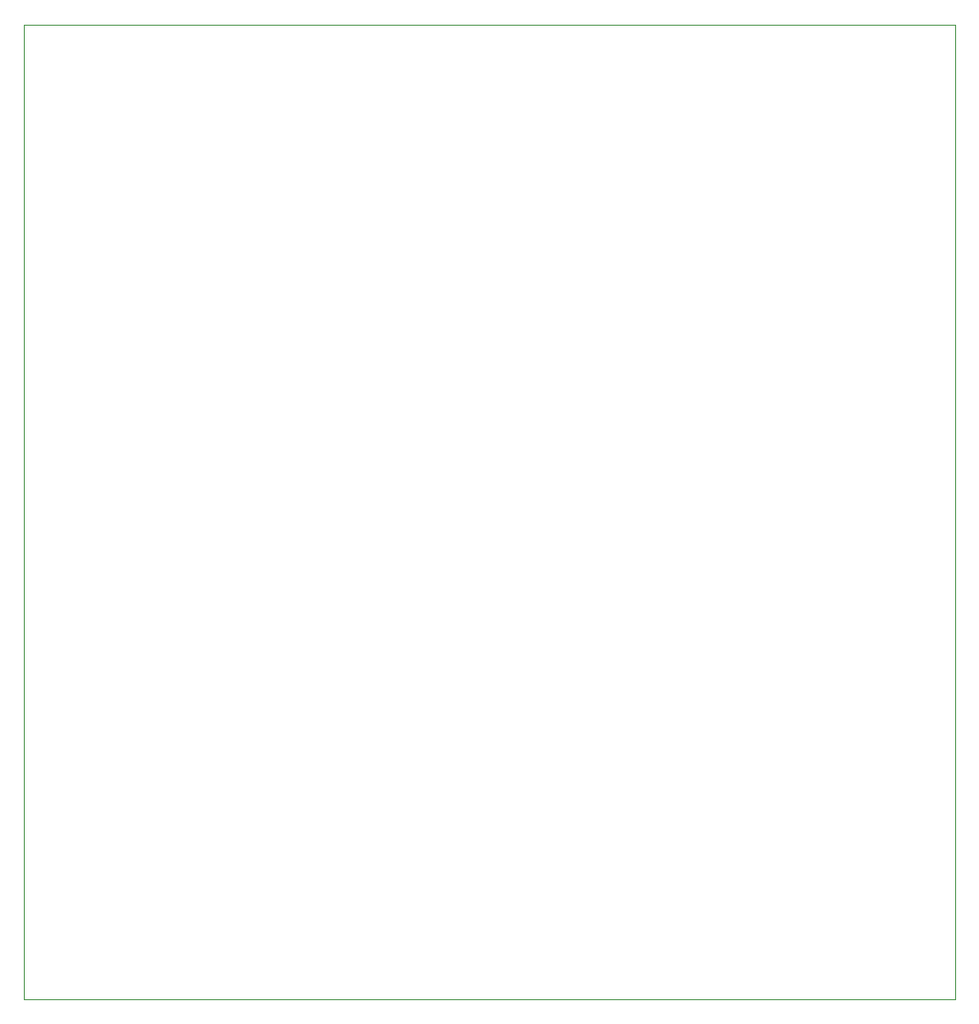
<source format=gm1>
%TF.GenerationSoftware,KiCad,Pcbnew,7.0.1*%
%TF.CreationDate,2023-12-18T22:50:53+05:30*%
%TF.ProjectId,hologlyph bot circuit,686f6c6f-676c-4797-9068-20626f742063,rev?*%
%TF.SameCoordinates,Original*%
%TF.FileFunction,Profile,NP*%
%FSLAX46Y46*%
G04 Gerber Fmt 4.6, Leading zero omitted, Abs format (unit mm)*
G04 Created by KiCad (PCBNEW 7.0.1) date 2023-12-18 22:50:53*
%MOMM*%
%LPD*%
G01*
G04 APERTURE LIST*
%TA.AperFunction,Profile*%
%ADD10C,0.100000*%
%TD*%
G04 APERTURE END LIST*
D10*
X82910000Y-40130000D02*
X168910000Y-40130000D01*
X168910000Y-130130000D01*
X82910000Y-130130000D01*
X82910000Y-40130000D01*
M02*

</source>
